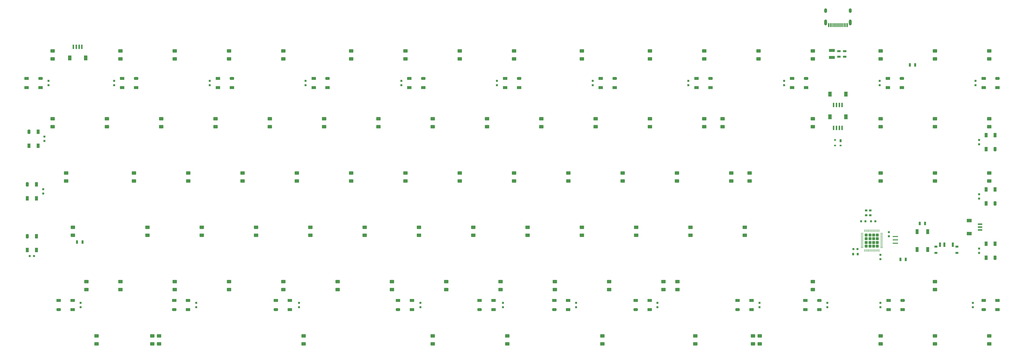
<source format=gbr>
%TF.GenerationSoftware,KiCad,Pcbnew,(6.0.6)*%
%TF.CreationDate,2022-09-06T18:10:04+07:00*%
%TF.ProjectId,solderCurved,736f6c64-6572-4437-9572-7665642e6b69,rev?*%
%TF.SameCoordinates,Original*%
%TF.FileFunction,Paste,Bot*%
%TF.FilePolarity,Positive*%
%FSLAX46Y46*%
G04 Gerber Fmt 4.6, Leading zero omitted, Abs format (unit mm)*
G04 Created by KiCad (PCBNEW (6.0.6)) date 2022-09-06 18:10:04*
%MOMM*%
%LPD*%
G01*
G04 APERTURE LIST*
G04 Aperture macros list*
%AMRoundRect*
0 Rectangle with rounded corners*
0 $1 Rounding radius*
0 $2 $3 $4 $5 $6 $7 $8 $9 X,Y pos of 4 corners*
0 Add a 4 corners polygon primitive as box body*
4,1,4,$2,$3,$4,$5,$6,$7,$8,$9,$2,$3,0*
0 Add four circle primitives for the rounded corners*
1,1,$1+$1,$2,$3*
1,1,$1+$1,$4,$5*
1,1,$1+$1,$6,$7*
1,1,$1+$1,$8,$9*
0 Add four rect primitives between the rounded corners*
20,1,$1+$1,$2,$3,$4,$5,0*
20,1,$1+$1,$4,$5,$6,$7,0*
20,1,$1+$1,$6,$7,$8,$9,0*
20,1,$1+$1,$8,$9,$2,$3,0*%
G04 Aperture macros list end*
%ADD10R,0.700000X1.300000*%
%ADD11R,0.950000X0.800000*%
%ADD12RoundRect,0.240000X0.560000X-0.360000X0.560000X0.360000X-0.560000X0.360000X-0.560000X-0.360000X0*%
%ADD13R,0.700000X1.000000*%
%ADD14R,0.700000X0.600000*%
%ADD15R,1.200000X1.800000*%
%ADD16R,0.600000X1.550000*%
%ADD17R,2.030000X1.140000*%
%ADD18R,1.500000X1.000000*%
%ADD19RoundRect,0.250000X-0.500000X-0.250000X0.500000X-0.250000X0.500000X0.250000X-0.500000X0.250000X0*%
%ADD20RoundRect,0.250000X0.500000X0.250000X-0.500000X0.250000X-0.500000X-0.250000X0.500000X-0.250000X0*%
%ADD21R,1.000000X1.500000*%
%ADD22RoundRect,0.250000X-0.250000X0.500000X-0.250000X-0.500000X0.250000X-0.500000X0.250000X0.500000X0*%
%ADD23RoundRect,0.250000X0.250000X-0.500000X0.250000X0.500000X-0.250000X0.500000X-0.250000X-0.500000X0*%
%ADD24R,0.800000X0.750000*%
%ADD25R,0.750000X0.800000*%
%ADD26R,0.800000X0.950000*%
%ADD27R,1.100000X1.800000*%
%ADD28RoundRect,0.250000X-0.270000X0.270000X-0.270000X-0.270000X0.270000X-0.270000X0.270000X0.270000X0*%
%ADD29RoundRect,0.062500X-0.062500X0.375000X-0.062500X-0.375000X0.062500X-0.375000X0.062500X0.375000X0*%
%ADD30RoundRect,0.062500X-0.375000X0.062500X-0.375000X-0.062500X0.375000X-0.062500X0.375000X0.062500X0*%
%ADD31R,1.900000X0.400000*%
%ADD32R,1.800000X1.200000*%
%ADD33R,1.550000X0.600000*%
%ADD34R,0.600000X1.450000*%
%ADD35R,0.300000X1.450000*%
%ADD36O,1.000000X1.600000*%
%ADD37O,1.000000X2.100000*%
%ADD38R,1.300000X0.700000*%
%ADD39R,1.000000X0.800000*%
%ADD40R,0.700000X1.500000*%
G04 APERTURE END LIST*
D10*
%TO.C,R3*%
X35512500Y-90962500D03*
X37412500Y-90962500D03*
%TD*%
D11*
%TO.C,R4*%
X313825000Y-81562500D03*
X313825000Y-79912500D03*
%TD*%
D12*
%TO.C,D2*%
X26911500Y-50525000D03*
X26911500Y-47725000D03*
%TD*%
%TO.C,D3*%
X31674000Y-69575000D03*
X31674000Y-66775000D03*
%TD*%
%TO.C,D4*%
X34055250Y-88625000D03*
X34055250Y-85825000D03*
%TD*%
%TO.C,D5*%
X38817750Y-107675000D03*
X38817750Y-104875000D03*
%TD*%
%TO.C,D6*%
X42389625Y-126725000D03*
X42389625Y-123925000D03*
%TD*%
%TO.C,D7*%
X50724000Y-26712500D03*
X50724000Y-23912500D03*
%TD*%
%TO.C,D8*%
X45961500Y-50525000D03*
X45961500Y-47725000D03*
%TD*%
%TO.C,D9*%
X55486500Y-69575000D03*
X55486500Y-66775000D03*
%TD*%
%TO.C,D10*%
X60249000Y-88625000D03*
X60249000Y-85825000D03*
%TD*%
%TO.C,D11*%
X50724000Y-107675000D03*
X50724000Y-104875000D03*
%TD*%
%TO.C,D12*%
X61912553Y-126725000D03*
X61912553Y-123925000D03*
%TD*%
%TO.C,D13*%
X69774000Y-26712500D03*
X69774000Y-23912500D03*
%TD*%
%TO.C,D14*%
X65011500Y-50525000D03*
X65011500Y-47725000D03*
%TD*%
%TO.C,D15*%
X74536500Y-69575000D03*
X74536500Y-66775000D03*
%TD*%
%TO.C,D16*%
X79299000Y-88625000D03*
X79299000Y-85825000D03*
%TD*%
%TO.C,D17*%
X69774000Y-107675000D03*
X69774000Y-104875000D03*
%TD*%
%TO.C,D18*%
X64293805Y-126725000D03*
X64293805Y-123925000D03*
%TD*%
%TO.C,D19*%
X88824000Y-26712500D03*
X88824000Y-23912500D03*
%TD*%
%TO.C,D20*%
X84061500Y-50525000D03*
X84061500Y-47725000D03*
%TD*%
%TO.C,D21*%
X93586500Y-69575000D03*
X93586500Y-66775000D03*
%TD*%
%TO.C,D22*%
X98349000Y-88625000D03*
X98349000Y-85825000D03*
%TD*%
%TO.C,D23*%
X88824000Y-107675000D03*
X88824000Y-104875000D03*
%TD*%
%TO.C,D24*%
X107874000Y-26712500D03*
X107874000Y-23912500D03*
%TD*%
%TO.C,D25*%
X103111500Y-50525000D03*
X103111500Y-47725000D03*
%TD*%
%TO.C,D26*%
X112636500Y-69575000D03*
X112636500Y-66775000D03*
%TD*%
%TO.C,D27*%
X117399000Y-88625000D03*
X117399000Y-85825000D03*
%TD*%
%TO.C,D28*%
X107874000Y-107675000D03*
X107874000Y-104875000D03*
%TD*%
%TO.C,D29*%
X131686500Y-26712500D03*
X131686500Y-23912500D03*
%TD*%
%TO.C,D30*%
X122161500Y-50525000D03*
X122161500Y-47725000D03*
%TD*%
%TO.C,D31*%
X131686500Y-69575000D03*
X131686500Y-66775000D03*
%TD*%
%TO.C,D32*%
X136449000Y-88625000D03*
X136449000Y-85825000D03*
%TD*%
%TO.C,D33*%
X126924000Y-107675000D03*
X126924000Y-104875000D03*
%TD*%
%TO.C,D34*%
X150736500Y-26712500D03*
X150736500Y-23912500D03*
%TD*%
%TO.C,D35*%
X141211500Y-50525000D03*
X141211500Y-47725000D03*
%TD*%
%TO.C,D36*%
X150736500Y-69575000D03*
X150736500Y-66775000D03*
%TD*%
%TO.C,D37*%
X155499000Y-88625000D03*
X155499000Y-85825000D03*
%TD*%
%TO.C,D38*%
X145974000Y-107675000D03*
X145974000Y-104875000D03*
%TD*%
%TO.C,D39*%
X169786500Y-26712500D03*
X169786500Y-23912500D03*
%TD*%
%TO.C,D40*%
X160261500Y-50525000D03*
X160261500Y-47725000D03*
%TD*%
%TO.C,D41*%
X169786500Y-69575000D03*
X169786500Y-66775000D03*
%TD*%
%TO.C,D42*%
X174549000Y-88625000D03*
X174549000Y-85825000D03*
%TD*%
%TO.C,D43*%
X165024000Y-107675000D03*
X165024000Y-104875000D03*
%TD*%
%TO.C,D44*%
X160261500Y-126725000D03*
X160261500Y-123925000D03*
%TD*%
%TO.C,D45*%
X188836500Y-26712500D03*
X188836500Y-23912500D03*
%TD*%
%TO.C,D46*%
X179311500Y-50525000D03*
X179311500Y-47725000D03*
%TD*%
%TO.C,D47*%
X188836500Y-69575000D03*
X188836500Y-66775000D03*
%TD*%
%TO.C,D48*%
X193599000Y-88625000D03*
X193599000Y-85825000D03*
%TD*%
%TO.C,D49*%
X184074000Y-107675000D03*
X184074000Y-104875000D03*
%TD*%
%TO.C,D50*%
X212649000Y-26712500D03*
X212649000Y-23912500D03*
%TD*%
%TO.C,D51*%
X198361500Y-50525000D03*
X198361500Y-47725000D03*
%TD*%
%TO.C,D53*%
X212649000Y-88625000D03*
X212649000Y-85825000D03*
%TD*%
%TO.C,D54*%
X203124000Y-107675000D03*
X203124000Y-104875000D03*
%TD*%
%TO.C,D55*%
X236461500Y-26712500D03*
X236461500Y-23912500D03*
%TD*%
%TO.C,D56*%
X217411500Y-50525000D03*
X217411500Y-47725000D03*
%TD*%
%TO.C,D57*%
X226936500Y-69575000D03*
X226936500Y-66775000D03*
%TD*%
%TO.C,D58*%
X231699000Y-88625000D03*
X231699000Y-85825000D03*
%TD*%
%TO.C,D59*%
X222174000Y-107675000D03*
X222174000Y-104875000D03*
%TD*%
%TO.C,D60*%
X255511500Y-26712500D03*
X255511500Y-23912500D03*
%TD*%
%TO.C,D62*%
X245986500Y-69575000D03*
X245986500Y-66775000D03*
%TD*%
%TO.C,D63*%
X250749000Y-88625000D03*
X250749000Y-85825000D03*
%TD*%
%TO.C,D65*%
X274561500Y-26712500D03*
X274561500Y-23912500D03*
%TD*%
%TO.C,D66*%
X255511500Y-50525000D03*
X255511500Y-47725000D03*
%TD*%
%TO.C,D67*%
X265036500Y-69575000D03*
X265036500Y-66775000D03*
%TD*%
%TO.C,D70*%
X293611500Y-26712500D03*
X293611500Y-23912500D03*
%TD*%
%TO.C,D71*%
X261937500Y-50525000D03*
X261937500Y-47725000D03*
%TD*%
%TO.C,D72*%
X271462838Y-69575000D03*
X271462838Y-66775000D03*
%TD*%
%TO.C,D73*%
X269799000Y-88625000D03*
X269799000Y-85825000D03*
%TD*%
%TO.C,D75*%
X272653354Y-126725000D03*
X272653354Y-123925000D03*
%TD*%
%TO.C,D76*%
X293611500Y-50525000D03*
X293611500Y-47725000D03*
%TD*%
%TO.C,D84*%
X336474000Y-69575000D03*
X336474000Y-66775000D03*
%TD*%
%TO.C,D77*%
X275034606Y-126725000D03*
X275034606Y-123925000D03*
%TD*%
%TO.C,D78*%
X317424000Y-26712500D03*
X317424000Y-23912500D03*
%TD*%
%TO.C,D79*%
X317424000Y-50525000D03*
X317424000Y-47725000D03*
%TD*%
%TO.C,D80*%
X317424000Y-69575000D03*
X317424000Y-66775000D03*
%TD*%
%TO.C,D81*%
X317424000Y-126725000D03*
X317424000Y-123925000D03*
%TD*%
%TO.C,D82*%
X336474000Y-26712500D03*
X336474000Y-23912500D03*
%TD*%
%TO.C,D83*%
X336474000Y-50525000D03*
X336474000Y-47725000D03*
%TD*%
%TO.C,D85*%
X336474000Y-107675000D03*
X336474000Y-104875000D03*
%TD*%
%TO.C,D86*%
X336474000Y-126725000D03*
X336474000Y-123925000D03*
%TD*%
%TO.C,D87*%
X355524000Y-26712500D03*
X355524000Y-23912500D03*
%TD*%
%TO.C,D88*%
X355524000Y-50525000D03*
X355524000Y-47725000D03*
%TD*%
%TO.C,D89*%
X355524000Y-69575000D03*
X355524000Y-66775000D03*
%TD*%
%TO.C,D90*%
X355524000Y-126725000D03*
X355524000Y-123925000D03*
%TD*%
%TO.C,D1*%
X26911500Y-26712500D03*
X26911500Y-23912500D03*
%TD*%
%TO.C,D52*%
X207886500Y-69575000D03*
X207886500Y-66775000D03*
%TD*%
%TO.C,D61*%
X236461500Y-50525000D03*
X236461500Y-47725000D03*
%TD*%
%TO.C,D74*%
X293611500Y-107675000D03*
X293611500Y-104875000D03*
%TD*%
%TO.C,D68*%
X246151569Y-107675000D03*
X246151569Y-104875000D03*
%TD*%
%TO.C,D64*%
X241224000Y-107675000D03*
X241224000Y-104875000D03*
%TD*%
%TO.C,D69*%
X252412712Y-126725000D03*
X252412712Y-123925000D03*
%TD*%
D10*
%TO.C,R2*%
X329562656Y-28872669D03*
X327662656Y-28872669D03*
%TD*%
D13*
%TO.C,U3*%
X303419218Y-55412510D03*
D14*
X303419218Y-57112510D03*
X301419218Y-57112510D03*
X301419218Y-55212510D03*
%TD*%
D15*
%TO.C,J1*%
X305219218Y-47062510D03*
X299619218Y-47062510D03*
D16*
X300919218Y-50937510D03*
X301919218Y-50937510D03*
X302919218Y-50937510D03*
X303919218Y-50937510D03*
%TD*%
D15*
%TO.C,J7*%
X299619218Y-39062510D03*
X305219218Y-39062510D03*
D16*
X300919218Y-42937510D03*
X301919218Y-42937510D03*
X302919218Y-42937510D03*
X303919218Y-42937510D03*
%TD*%
D15*
%TO.C,J9*%
X38518750Y-26412500D03*
X32918750Y-26412500D03*
D16*
X37218750Y-22537500D03*
X36218750Y-22537500D03*
X35218750Y-22537500D03*
X34218750Y-22537500D03*
%TD*%
D17*
%TO.C,F1*%
X300325000Y-23812500D03*
X300325000Y-26212500D03*
%TD*%
D12*
%TO.C,D91*%
X219792772Y-126725072D03*
X219792772Y-123925072D03*
%TD*%
D18*
%TO.C,RGB2*%
X51366622Y-36818760D03*
X51366622Y-33618760D03*
D19*
X56266622Y-33618760D03*
D18*
X56266622Y-36818760D03*
%TD*%
%TO.C,RGB1*%
X17790622Y-36818760D03*
X17790622Y-33618760D03*
D19*
X22690622Y-33618760D03*
D18*
X22690622Y-36818760D03*
%TD*%
%TO.C,RGB3*%
X84942622Y-36818760D03*
X84942622Y-33618760D03*
D19*
X89842622Y-33618760D03*
D18*
X89842622Y-36818760D03*
%TD*%
%TO.C,RGB4*%
X118518622Y-36818760D03*
X118518622Y-33618760D03*
D19*
X123418622Y-33618760D03*
D18*
X123418622Y-36818760D03*
%TD*%
%TO.C,RGB6*%
X152094622Y-36818760D03*
X152094622Y-33618760D03*
D19*
X156994622Y-33618760D03*
D18*
X156994622Y-36818760D03*
%TD*%
%TO.C,RGB7*%
X185670622Y-36818760D03*
X185670622Y-33618760D03*
D19*
X190570622Y-33618760D03*
D18*
X190570622Y-36818760D03*
%TD*%
%TO.C,RGB8*%
X219246622Y-36818760D03*
X219246622Y-33618760D03*
D19*
X224146622Y-33618760D03*
D18*
X224146622Y-36818760D03*
%TD*%
%TO.C,RGB9*%
X252822622Y-36818760D03*
X252822622Y-33618760D03*
D19*
X257722622Y-33618760D03*
D18*
X257722622Y-36818760D03*
%TD*%
%TO.C,RGB5*%
X286398622Y-36818760D03*
X286398622Y-33618760D03*
D19*
X291298622Y-33618760D03*
D18*
X291298622Y-36818760D03*
%TD*%
%TO.C,RGB10*%
X319974622Y-36818760D03*
X319974622Y-33618760D03*
D19*
X324874622Y-33618760D03*
D18*
X324874622Y-36818760D03*
%TD*%
%TO.C,RGB11*%
X353550622Y-36818760D03*
X353550622Y-33618760D03*
D19*
X358450622Y-33618760D03*
D18*
X358450622Y-36818760D03*
%TD*%
%TO.C,RGB12*%
X358447154Y-111509402D03*
X358447154Y-114709402D03*
D20*
X353547154Y-114709402D03*
D18*
X353547154Y-111509402D03*
%TD*%
D21*
%TO.C,RGB14*%
X354397154Y-72559418D03*
X357597154Y-72559418D03*
D22*
X357597154Y-77459418D03*
D21*
X354397154Y-77459418D03*
%TD*%
%TO.C,RGB15*%
X354397154Y-53509402D03*
X357597154Y-53509402D03*
D22*
X357597154Y-58409402D03*
D21*
X354397154Y-58409402D03*
%TD*%
%TO.C,RGB13*%
X354397154Y-91609402D03*
X357597154Y-91609402D03*
D22*
X357597154Y-96509402D03*
D21*
X354397154Y-96509402D03*
%TD*%
%TO.C,RGB17*%
X21245309Y-75673479D03*
X18045309Y-75673479D03*
D23*
X18045309Y-70773479D03*
D21*
X21245309Y-70773479D03*
%TD*%
%TO.C,RGB18*%
X21245309Y-93830524D03*
X18045309Y-93830524D03*
D23*
X18045309Y-88930524D03*
D21*
X21245309Y-88930524D03*
%TD*%
D18*
%TO.C,RGB19*%
X34001569Y-111509450D03*
X34001569Y-114709450D03*
D20*
X29101569Y-114709450D03*
D18*
X29101569Y-111509450D03*
%TD*%
%TO.C,RGB20*%
X74482819Y-111509450D03*
X74482819Y-114709450D03*
D20*
X69582819Y-114709450D03*
D18*
X69582819Y-111509450D03*
%TD*%
%TO.C,RGB21*%
X110201569Y-111509450D03*
X110201569Y-114709450D03*
D20*
X105301569Y-114709450D03*
D18*
X105301569Y-111509450D03*
%TD*%
%TO.C,RGB23*%
X181639069Y-111509450D03*
X181639069Y-114709450D03*
D20*
X176739069Y-114709450D03*
D18*
X176739069Y-111509450D03*
%TD*%
%TO.C,RGB24*%
X207832819Y-111509450D03*
X207832819Y-114709450D03*
D20*
X202932819Y-114709450D03*
D18*
X202932819Y-111509450D03*
%TD*%
%TO.C,RGB25*%
X236407819Y-111509450D03*
X236407819Y-114709450D03*
D20*
X231507819Y-114709450D03*
D18*
X231507819Y-111509450D03*
%TD*%
%TO.C,RGB26*%
X272126569Y-111509450D03*
X272126569Y-114709450D03*
D20*
X267226569Y-114709450D03*
D18*
X267226569Y-111509450D03*
%TD*%
%TO.C,RGB27*%
X320209626Y-114709450D03*
X320209626Y-111509450D03*
D19*
X325109626Y-111509450D03*
D18*
X325109626Y-114709450D03*
%TD*%
D24*
%TO.C,C1*%
X310575000Y-83737500D03*
X312075000Y-83737500D03*
%TD*%
%TO.C,C4*%
X307825000Y-93487500D03*
X309325000Y-93487500D03*
%TD*%
D25*
%TO.C,C5*%
X317325000Y-95487500D03*
X317325000Y-96987500D03*
%TD*%
D24*
%TO.C,C6*%
X315575000Y-83737500D03*
X314075000Y-83737500D03*
%TD*%
D25*
%TO.C,C7*%
X320325000Y-88987500D03*
X320325000Y-87487500D03*
%TD*%
D11*
%TO.C,R5*%
X312325000Y-81562500D03*
X312325000Y-79912500D03*
%TD*%
D26*
%TO.C,R10*%
X307750000Y-95237500D03*
X309400000Y-95237500D03*
%TD*%
D27*
%TO.C,SW1*%
X333955000Y-93587500D03*
X333955000Y-87387500D03*
X330255000Y-87387500D03*
X330255000Y-93587500D03*
%TD*%
D28*
%TO.C,U2*%
X314970000Y-88552500D03*
X312390000Y-89842500D03*
X312390000Y-91132500D03*
X314970000Y-91132500D03*
X314970000Y-92422500D03*
X316260000Y-88552500D03*
X313680000Y-91132500D03*
X313680000Y-88552500D03*
X316260000Y-91132500D03*
X313680000Y-92422500D03*
X312390000Y-88552500D03*
X312390000Y-92422500D03*
X313680000Y-89842500D03*
X314970000Y-89842500D03*
X316260000Y-92422500D03*
X316260000Y-89842500D03*
D29*
X311825000Y-87050000D03*
X312325000Y-87050000D03*
X312825000Y-87050000D03*
X313325000Y-87050000D03*
X313825000Y-87050000D03*
X314325000Y-87050000D03*
X314825000Y-87050000D03*
X315325000Y-87050000D03*
X315825000Y-87050000D03*
X316325000Y-87050000D03*
X316825000Y-87050000D03*
D30*
X317762500Y-87987500D03*
X317762500Y-88487500D03*
X317762500Y-88987500D03*
X317762500Y-89487500D03*
X317762500Y-89987500D03*
X317762500Y-90487500D03*
X317762500Y-90987500D03*
X317762500Y-91487500D03*
X317762500Y-91987500D03*
X317762500Y-92487500D03*
X317762500Y-92987500D03*
D29*
X316825000Y-93925000D03*
X316325000Y-93925000D03*
X315825000Y-93925000D03*
X315325000Y-93925000D03*
X314825000Y-93925000D03*
X314325000Y-93925000D03*
X313825000Y-93925000D03*
X313325000Y-93925000D03*
X312825000Y-93925000D03*
X312325000Y-93925000D03*
X311825000Y-93925000D03*
D30*
X310887500Y-92987500D03*
X310887500Y-92487500D03*
X310887500Y-91987500D03*
X310887500Y-91487500D03*
X310887500Y-90987500D03*
X310887500Y-90487500D03*
X310887500Y-89987500D03*
X310887500Y-89487500D03*
X310887500Y-88987500D03*
X310887500Y-88487500D03*
X310887500Y-87987500D03*
%TD*%
D31*
%TO.C,Y1*%
X322575000Y-91437500D03*
X322575000Y-90237500D03*
X322575000Y-89037500D03*
%TD*%
D10*
%TO.C,R9*%
X333055000Y-84487500D03*
X331155000Y-84487500D03*
%TD*%
D32*
%TO.C,J6*%
X348480000Y-83425000D03*
X348480000Y-88025000D03*
D33*
X352355000Y-86725000D03*
X352355000Y-85725000D03*
X352355000Y-84725000D03*
%TD*%
D25*
%TO.C,C2*%
X25540622Y-35968760D03*
X25540622Y-34468760D03*
%TD*%
%TO.C,C3*%
X216396622Y-35968760D03*
X216396622Y-34468760D03*
%TD*%
%TO.C,C8*%
X82092622Y-35968760D03*
X82092622Y-34468760D03*
%TD*%
%TO.C,C9*%
X48518037Y-35968760D03*
X48518037Y-34468760D03*
%TD*%
%TO.C,C10*%
X182820622Y-35968760D03*
X182820622Y-34468760D03*
%TD*%
%TO.C,C11*%
X115668622Y-35968760D03*
X115668622Y-34468760D03*
%TD*%
%TO.C,C12*%
X249972622Y-35968760D03*
X249972622Y-34468760D03*
%TD*%
%TO.C,C13*%
X149244622Y-35968760D03*
X149244622Y-34468760D03*
%TD*%
%TO.C,C14*%
X283548622Y-35968760D03*
X283548622Y-34468760D03*
%TD*%
%TO.C,C15*%
X77351569Y-112359450D03*
X77351569Y-113859450D03*
%TD*%
%TO.C,C16*%
X317124622Y-35968760D03*
X317124622Y-34468760D03*
%TD*%
%TO.C,C17*%
X350700622Y-35968760D03*
X350700622Y-34468760D03*
%TD*%
%TO.C,C18*%
X155951569Y-112359450D03*
X155951569Y-113859450D03*
%TD*%
%TO.C,C19*%
X210551569Y-112359450D03*
X210551569Y-113859450D03*
%TD*%
%TO.C,C20*%
X184951569Y-112359450D03*
X184951569Y-113859450D03*
%TD*%
%TO.C,C21*%
X113351569Y-112359450D03*
X113351569Y-113859450D03*
%TD*%
%TO.C,C23*%
X317359626Y-112359450D03*
X317359626Y-113859450D03*
%TD*%
%TO.C,C24*%
X274951569Y-112359450D03*
X274951569Y-113859450D03*
%TD*%
%TO.C,C25*%
X239151569Y-112359450D03*
X239151569Y-113859450D03*
%TD*%
%TO.C,C26*%
X351997154Y-74259418D03*
X351997154Y-75759418D03*
%TD*%
%TO.C,C27*%
X351997154Y-55209402D03*
X351997154Y-56709402D03*
%TD*%
%TO.C,C28*%
X36751569Y-112359450D03*
X36751569Y-113859450D03*
%TD*%
%TO.C,C29*%
X351997154Y-93309402D03*
X351997154Y-94809402D03*
%TD*%
%TO.C,C30*%
X349751569Y-112359450D03*
X349751569Y-113859450D03*
%TD*%
D24*
%TO.C,C32*%
X20395309Y-95880524D03*
X18895309Y-95880524D03*
%TD*%
D25*
%TO.C,C33*%
X23645309Y-73973479D03*
X23645309Y-72473479D03*
%TD*%
D21*
%TO.C,RGB16*%
X21840622Y-57218776D03*
X18640622Y-57218776D03*
D23*
X18640622Y-52318776D03*
D21*
X21840622Y-52318776D03*
%TD*%
D18*
%TO.C,RGB22*%
X152995319Y-111509450D03*
X152995319Y-114709450D03*
D20*
X148095319Y-114709450D03*
D18*
X148095319Y-111509450D03*
%TD*%
D25*
%TO.C,C31*%
X24040622Y-55518776D03*
X24040622Y-54018776D03*
%TD*%
%TO.C,C22*%
X298751569Y-112359450D03*
X298751569Y-113859450D03*
%TD*%
D18*
%TO.C,RGB28*%
X291039069Y-114709450D03*
X291039069Y-111509450D03*
D19*
X295939069Y-111509450D03*
D18*
X295939069Y-114709450D03*
%TD*%
D34*
%TO.C,USB1*%
X299210995Y-14904598D03*
X299985995Y-14904598D03*
D35*
X300685995Y-14904598D03*
X301185995Y-14904598D03*
X301685995Y-14904598D03*
X302185995Y-14904598D03*
X302685995Y-14904598D03*
X303185995Y-14904598D03*
X303685995Y-14904598D03*
X304185995Y-14904598D03*
D34*
X304885995Y-14904598D03*
X305660995Y-14904598D03*
D36*
X298115995Y-9809598D03*
D37*
X306755995Y-13989598D03*
X298115995Y-13989598D03*
D36*
X306755995Y-9809598D03*
%TD*%
D12*
%TO.C,D92*%
X115017772Y-126725072D03*
X115017772Y-123925072D03*
%TD*%
%TO.C,D93*%
X186455272Y-126725072D03*
X186455272Y-123925072D03*
%TD*%
D38*
%TO.C,R6*%
X302825000Y-25962500D03*
X302825000Y-24062500D03*
%TD*%
%TO.C,R1*%
X304825000Y-25962500D03*
X304825000Y-24062500D03*
%TD*%
D39*
%TO.C,SW2*%
X336855000Y-94817500D03*
X344155000Y-92607500D03*
X336855000Y-92607500D03*
X344155000Y-94817500D03*
D40*
X342755000Y-91957500D03*
X339755000Y-91957500D03*
X338255000Y-91957500D03*
%TD*%
D10*
%TO.C,R7*%
X326255000Y-97087500D03*
X324355000Y-97087500D03*
%TD*%
M02*

</source>
